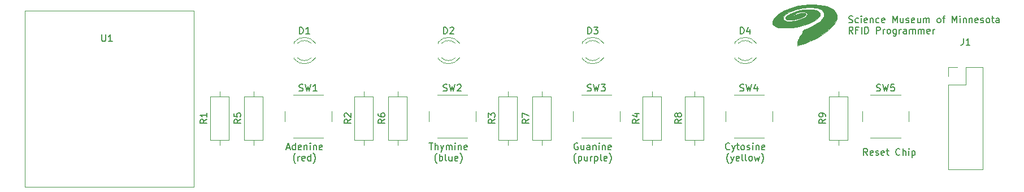
<source format=gto>
G04 #@! TF.GenerationSoftware,KiCad,Pcbnew,5.1.5+dfsg1-2build2*
G04 #@! TF.CreationDate,2021-12-17T12:38:29-06:00*
G04 #@! TF.ProjectId,programming-board,70726f67-7261-46d6-9d69-6e672d626f61,rev?*
G04 #@! TF.SameCoordinates,Original*
G04 #@! TF.FileFunction,Legend,Top*
G04 #@! TF.FilePolarity,Positive*
%FSLAX46Y46*%
G04 Gerber Fmt 4.6, Leading zero omitted, Abs format (unit mm)*
G04 Created by KiCad (PCBNEW 5.1.5+dfsg1-2build2) date 2021-12-17 12:38:29*
%MOMM*%
%LPD*%
G04 APERTURE LIST*
%ADD10C,0.150000*%
%ADD11C,0.010000*%
%ADD12C,0.120000*%
%ADD13C,1.524000*%
%ADD14R,1.800000X1.800000*%
%ADD15C,1.800000*%
%ADD16R,1.700000X1.700000*%
%ADD17O,1.700000X1.700000*%
%ADD18C,1.600000*%
%ADD19O,1.600000X1.600000*%
%ADD20C,2.000000*%
G04 APERTURE END LIST*
D10*
X193327976Y-69429761D02*
X193470833Y-69477380D01*
X193708928Y-69477380D01*
X193804166Y-69429761D01*
X193851785Y-69382142D01*
X193899404Y-69286904D01*
X193899404Y-69191666D01*
X193851785Y-69096428D01*
X193804166Y-69048809D01*
X193708928Y-69001190D01*
X193518452Y-68953571D01*
X193423214Y-68905952D01*
X193375595Y-68858333D01*
X193327976Y-68763095D01*
X193327976Y-68667857D01*
X193375595Y-68572619D01*
X193423214Y-68525000D01*
X193518452Y-68477380D01*
X193756547Y-68477380D01*
X193899404Y-68525000D01*
X194756547Y-69429761D02*
X194661309Y-69477380D01*
X194470833Y-69477380D01*
X194375595Y-69429761D01*
X194327976Y-69382142D01*
X194280357Y-69286904D01*
X194280357Y-69001190D01*
X194327976Y-68905952D01*
X194375595Y-68858333D01*
X194470833Y-68810714D01*
X194661309Y-68810714D01*
X194756547Y-68858333D01*
X195185119Y-69477380D02*
X195185119Y-68810714D01*
X195185119Y-68477380D02*
X195137500Y-68525000D01*
X195185119Y-68572619D01*
X195232738Y-68525000D01*
X195185119Y-68477380D01*
X195185119Y-68572619D01*
X196042261Y-69429761D02*
X195947023Y-69477380D01*
X195756547Y-69477380D01*
X195661309Y-69429761D01*
X195613690Y-69334523D01*
X195613690Y-68953571D01*
X195661309Y-68858333D01*
X195756547Y-68810714D01*
X195947023Y-68810714D01*
X196042261Y-68858333D01*
X196089880Y-68953571D01*
X196089880Y-69048809D01*
X195613690Y-69144047D01*
X196518452Y-68810714D02*
X196518452Y-69477380D01*
X196518452Y-68905952D02*
X196566071Y-68858333D01*
X196661309Y-68810714D01*
X196804166Y-68810714D01*
X196899404Y-68858333D01*
X196947023Y-68953571D01*
X196947023Y-69477380D01*
X197851785Y-69429761D02*
X197756547Y-69477380D01*
X197566071Y-69477380D01*
X197470833Y-69429761D01*
X197423214Y-69382142D01*
X197375595Y-69286904D01*
X197375595Y-69001190D01*
X197423214Y-68905952D01*
X197470833Y-68858333D01*
X197566071Y-68810714D01*
X197756547Y-68810714D01*
X197851785Y-68858333D01*
X198661309Y-69429761D02*
X198566071Y-69477380D01*
X198375595Y-69477380D01*
X198280357Y-69429761D01*
X198232738Y-69334523D01*
X198232738Y-68953571D01*
X198280357Y-68858333D01*
X198375595Y-68810714D01*
X198566071Y-68810714D01*
X198661309Y-68858333D01*
X198708928Y-68953571D01*
X198708928Y-69048809D01*
X198232738Y-69144047D01*
X199899404Y-69477380D02*
X199899404Y-68477380D01*
X200232738Y-69191666D01*
X200566071Y-68477380D01*
X200566071Y-69477380D01*
X201470833Y-68810714D02*
X201470833Y-69477380D01*
X201042261Y-68810714D02*
X201042261Y-69334523D01*
X201089880Y-69429761D01*
X201185119Y-69477380D01*
X201327976Y-69477380D01*
X201423214Y-69429761D01*
X201470833Y-69382142D01*
X201899404Y-69429761D02*
X201994642Y-69477380D01*
X202185119Y-69477380D01*
X202280357Y-69429761D01*
X202327976Y-69334523D01*
X202327976Y-69286904D01*
X202280357Y-69191666D01*
X202185119Y-69144047D01*
X202042261Y-69144047D01*
X201947023Y-69096428D01*
X201899404Y-69001190D01*
X201899404Y-68953571D01*
X201947023Y-68858333D01*
X202042261Y-68810714D01*
X202185119Y-68810714D01*
X202280357Y-68858333D01*
X203137500Y-69429761D02*
X203042261Y-69477380D01*
X202851785Y-69477380D01*
X202756547Y-69429761D01*
X202708928Y-69334523D01*
X202708928Y-68953571D01*
X202756547Y-68858333D01*
X202851785Y-68810714D01*
X203042261Y-68810714D01*
X203137500Y-68858333D01*
X203185119Y-68953571D01*
X203185119Y-69048809D01*
X202708928Y-69144047D01*
X204042261Y-68810714D02*
X204042261Y-69477380D01*
X203613690Y-68810714D02*
X203613690Y-69334523D01*
X203661309Y-69429761D01*
X203756547Y-69477380D01*
X203899404Y-69477380D01*
X203994642Y-69429761D01*
X204042261Y-69382142D01*
X204518452Y-69477380D02*
X204518452Y-68810714D01*
X204518452Y-68905952D02*
X204566071Y-68858333D01*
X204661309Y-68810714D01*
X204804166Y-68810714D01*
X204899404Y-68858333D01*
X204947023Y-68953571D01*
X204947023Y-69477380D01*
X204947023Y-68953571D02*
X204994642Y-68858333D01*
X205089880Y-68810714D01*
X205232738Y-68810714D01*
X205327976Y-68858333D01*
X205375595Y-68953571D01*
X205375595Y-69477380D01*
X206756547Y-69477380D02*
X206661309Y-69429761D01*
X206613690Y-69382142D01*
X206566071Y-69286904D01*
X206566071Y-69001190D01*
X206613690Y-68905952D01*
X206661309Y-68858333D01*
X206756547Y-68810714D01*
X206899404Y-68810714D01*
X206994642Y-68858333D01*
X207042261Y-68905952D01*
X207089880Y-69001190D01*
X207089880Y-69286904D01*
X207042261Y-69382142D01*
X206994642Y-69429761D01*
X206899404Y-69477380D01*
X206756547Y-69477380D01*
X207375595Y-68810714D02*
X207756547Y-68810714D01*
X207518452Y-69477380D02*
X207518452Y-68620238D01*
X207566071Y-68525000D01*
X207661309Y-68477380D01*
X207756547Y-68477380D01*
X208851785Y-69477380D02*
X208851785Y-68477380D01*
X209185119Y-69191666D01*
X209518452Y-68477380D01*
X209518452Y-69477380D01*
X209994642Y-69477380D02*
X209994642Y-68810714D01*
X209994642Y-68477380D02*
X209947023Y-68525000D01*
X209994642Y-68572619D01*
X210042261Y-68525000D01*
X209994642Y-68477380D01*
X209994642Y-68572619D01*
X210470833Y-68810714D02*
X210470833Y-69477380D01*
X210470833Y-68905952D02*
X210518452Y-68858333D01*
X210613690Y-68810714D01*
X210756547Y-68810714D01*
X210851785Y-68858333D01*
X210899404Y-68953571D01*
X210899404Y-69477380D01*
X211375595Y-68810714D02*
X211375595Y-69477380D01*
X211375595Y-68905952D02*
X211423214Y-68858333D01*
X211518452Y-68810714D01*
X211661309Y-68810714D01*
X211756547Y-68858333D01*
X211804166Y-68953571D01*
X211804166Y-69477380D01*
X212661309Y-69429761D02*
X212566071Y-69477380D01*
X212375595Y-69477380D01*
X212280357Y-69429761D01*
X212232738Y-69334523D01*
X212232738Y-68953571D01*
X212280357Y-68858333D01*
X212375595Y-68810714D01*
X212566071Y-68810714D01*
X212661309Y-68858333D01*
X212708928Y-68953571D01*
X212708928Y-69048809D01*
X212232738Y-69144047D01*
X213089880Y-69429761D02*
X213185119Y-69477380D01*
X213375595Y-69477380D01*
X213470833Y-69429761D01*
X213518452Y-69334523D01*
X213518452Y-69286904D01*
X213470833Y-69191666D01*
X213375595Y-69144047D01*
X213232738Y-69144047D01*
X213137500Y-69096428D01*
X213089880Y-69001190D01*
X213089880Y-68953571D01*
X213137500Y-68858333D01*
X213232738Y-68810714D01*
X213375595Y-68810714D01*
X213470833Y-68858333D01*
X214089880Y-69477380D02*
X213994642Y-69429761D01*
X213947023Y-69382142D01*
X213899404Y-69286904D01*
X213899404Y-69001190D01*
X213947023Y-68905952D01*
X213994642Y-68858333D01*
X214089880Y-68810714D01*
X214232738Y-68810714D01*
X214327976Y-68858333D01*
X214375595Y-68905952D01*
X214423214Y-69001190D01*
X214423214Y-69286904D01*
X214375595Y-69382142D01*
X214327976Y-69429761D01*
X214232738Y-69477380D01*
X214089880Y-69477380D01*
X214708928Y-68810714D02*
X215089880Y-68810714D01*
X214851785Y-68477380D02*
X214851785Y-69334523D01*
X214899404Y-69429761D01*
X214994642Y-69477380D01*
X215089880Y-69477380D01*
X215851785Y-69477380D02*
X215851785Y-68953571D01*
X215804166Y-68858333D01*
X215708928Y-68810714D01*
X215518452Y-68810714D01*
X215423214Y-68858333D01*
X215851785Y-69429761D02*
X215756547Y-69477380D01*
X215518452Y-69477380D01*
X215423214Y-69429761D01*
X215375595Y-69334523D01*
X215375595Y-69239285D01*
X215423214Y-69144047D01*
X215518452Y-69096428D01*
X215756547Y-69096428D01*
X215851785Y-69048809D01*
X193947023Y-71127380D02*
X193613690Y-70651190D01*
X193375595Y-71127380D02*
X193375595Y-70127380D01*
X193756547Y-70127380D01*
X193851785Y-70175000D01*
X193899404Y-70222619D01*
X193947023Y-70317857D01*
X193947023Y-70460714D01*
X193899404Y-70555952D01*
X193851785Y-70603571D01*
X193756547Y-70651190D01*
X193375595Y-70651190D01*
X194708928Y-70603571D02*
X194375595Y-70603571D01*
X194375595Y-71127380D02*
X194375595Y-70127380D01*
X194851785Y-70127380D01*
X195232738Y-71127380D02*
X195232738Y-70127380D01*
X195708928Y-71127380D02*
X195708928Y-70127380D01*
X195947023Y-70127380D01*
X196089880Y-70175000D01*
X196185119Y-70270238D01*
X196232738Y-70365476D01*
X196280357Y-70555952D01*
X196280357Y-70698809D01*
X196232738Y-70889285D01*
X196185119Y-70984523D01*
X196089880Y-71079761D01*
X195947023Y-71127380D01*
X195708928Y-71127380D01*
X197470833Y-71127380D02*
X197470833Y-70127380D01*
X197851785Y-70127380D01*
X197947023Y-70175000D01*
X197994642Y-70222619D01*
X198042261Y-70317857D01*
X198042261Y-70460714D01*
X197994642Y-70555952D01*
X197947023Y-70603571D01*
X197851785Y-70651190D01*
X197470833Y-70651190D01*
X198470833Y-71127380D02*
X198470833Y-70460714D01*
X198470833Y-70651190D02*
X198518452Y-70555952D01*
X198566071Y-70508333D01*
X198661309Y-70460714D01*
X198756547Y-70460714D01*
X199232738Y-71127380D02*
X199137500Y-71079761D01*
X199089880Y-71032142D01*
X199042261Y-70936904D01*
X199042261Y-70651190D01*
X199089880Y-70555952D01*
X199137500Y-70508333D01*
X199232738Y-70460714D01*
X199375595Y-70460714D01*
X199470833Y-70508333D01*
X199518452Y-70555952D01*
X199566071Y-70651190D01*
X199566071Y-70936904D01*
X199518452Y-71032142D01*
X199470833Y-71079761D01*
X199375595Y-71127380D01*
X199232738Y-71127380D01*
X200423214Y-70460714D02*
X200423214Y-71270238D01*
X200375595Y-71365476D01*
X200327976Y-71413095D01*
X200232738Y-71460714D01*
X200089880Y-71460714D01*
X199994642Y-71413095D01*
X200423214Y-71079761D02*
X200327976Y-71127380D01*
X200137500Y-71127380D01*
X200042261Y-71079761D01*
X199994642Y-71032142D01*
X199947023Y-70936904D01*
X199947023Y-70651190D01*
X199994642Y-70555952D01*
X200042261Y-70508333D01*
X200137500Y-70460714D01*
X200327976Y-70460714D01*
X200423214Y-70508333D01*
X200899404Y-71127380D02*
X200899404Y-70460714D01*
X200899404Y-70651190D02*
X200947023Y-70555952D01*
X200994642Y-70508333D01*
X201089880Y-70460714D01*
X201185119Y-70460714D01*
X201947023Y-71127380D02*
X201947023Y-70603571D01*
X201899404Y-70508333D01*
X201804166Y-70460714D01*
X201613690Y-70460714D01*
X201518452Y-70508333D01*
X201947023Y-71079761D02*
X201851785Y-71127380D01*
X201613690Y-71127380D01*
X201518452Y-71079761D01*
X201470833Y-70984523D01*
X201470833Y-70889285D01*
X201518452Y-70794047D01*
X201613690Y-70746428D01*
X201851785Y-70746428D01*
X201947023Y-70698809D01*
X202423214Y-71127380D02*
X202423214Y-70460714D01*
X202423214Y-70555952D02*
X202470833Y-70508333D01*
X202566071Y-70460714D01*
X202708928Y-70460714D01*
X202804166Y-70508333D01*
X202851785Y-70603571D01*
X202851785Y-71127380D01*
X202851785Y-70603571D02*
X202899404Y-70508333D01*
X202994642Y-70460714D01*
X203137500Y-70460714D01*
X203232738Y-70508333D01*
X203280357Y-70603571D01*
X203280357Y-71127380D01*
X203756547Y-71127380D02*
X203756547Y-70460714D01*
X203756547Y-70555952D02*
X203804166Y-70508333D01*
X203899404Y-70460714D01*
X204042261Y-70460714D01*
X204137500Y-70508333D01*
X204185119Y-70603571D01*
X204185119Y-71127380D01*
X204185119Y-70603571D02*
X204232738Y-70508333D01*
X204327976Y-70460714D01*
X204470833Y-70460714D01*
X204566071Y-70508333D01*
X204613690Y-70603571D01*
X204613690Y-71127380D01*
X205470833Y-71079761D02*
X205375595Y-71127380D01*
X205185119Y-71127380D01*
X205089880Y-71079761D01*
X205042261Y-70984523D01*
X205042261Y-70603571D01*
X205089880Y-70508333D01*
X205185119Y-70460714D01*
X205375595Y-70460714D01*
X205470833Y-70508333D01*
X205518452Y-70603571D01*
X205518452Y-70698809D01*
X205042261Y-70794047D01*
X205947023Y-71127380D02*
X205947023Y-70460714D01*
X205947023Y-70651190D02*
X205994642Y-70555952D01*
X206042261Y-70508333D01*
X206137500Y-70460714D01*
X206232738Y-70460714D01*
X196128095Y-89352380D02*
X195794761Y-88876190D01*
X195556666Y-89352380D02*
X195556666Y-88352380D01*
X195937619Y-88352380D01*
X196032857Y-88400000D01*
X196080476Y-88447619D01*
X196128095Y-88542857D01*
X196128095Y-88685714D01*
X196080476Y-88780952D01*
X196032857Y-88828571D01*
X195937619Y-88876190D01*
X195556666Y-88876190D01*
X196937619Y-89304761D02*
X196842380Y-89352380D01*
X196651904Y-89352380D01*
X196556666Y-89304761D01*
X196509047Y-89209523D01*
X196509047Y-88828571D01*
X196556666Y-88733333D01*
X196651904Y-88685714D01*
X196842380Y-88685714D01*
X196937619Y-88733333D01*
X196985238Y-88828571D01*
X196985238Y-88923809D01*
X196509047Y-89019047D01*
X197366190Y-89304761D02*
X197461428Y-89352380D01*
X197651904Y-89352380D01*
X197747142Y-89304761D01*
X197794761Y-89209523D01*
X197794761Y-89161904D01*
X197747142Y-89066666D01*
X197651904Y-89019047D01*
X197509047Y-89019047D01*
X197413809Y-88971428D01*
X197366190Y-88876190D01*
X197366190Y-88828571D01*
X197413809Y-88733333D01*
X197509047Y-88685714D01*
X197651904Y-88685714D01*
X197747142Y-88733333D01*
X198604285Y-89304761D02*
X198509047Y-89352380D01*
X198318571Y-89352380D01*
X198223333Y-89304761D01*
X198175714Y-89209523D01*
X198175714Y-88828571D01*
X198223333Y-88733333D01*
X198318571Y-88685714D01*
X198509047Y-88685714D01*
X198604285Y-88733333D01*
X198651904Y-88828571D01*
X198651904Y-88923809D01*
X198175714Y-89019047D01*
X198937619Y-88685714D02*
X199318571Y-88685714D01*
X199080476Y-88352380D02*
X199080476Y-89209523D01*
X199128095Y-89304761D01*
X199223333Y-89352380D01*
X199318571Y-89352380D01*
X200985238Y-89257142D02*
X200937619Y-89304761D01*
X200794761Y-89352380D01*
X200699523Y-89352380D01*
X200556666Y-89304761D01*
X200461428Y-89209523D01*
X200413809Y-89114285D01*
X200366190Y-88923809D01*
X200366190Y-88780952D01*
X200413809Y-88590476D01*
X200461428Y-88495238D01*
X200556666Y-88400000D01*
X200699523Y-88352380D01*
X200794761Y-88352380D01*
X200937619Y-88400000D01*
X200985238Y-88447619D01*
X201413809Y-89352380D02*
X201413809Y-88352380D01*
X201842380Y-89352380D02*
X201842380Y-88828571D01*
X201794761Y-88733333D01*
X201699523Y-88685714D01*
X201556666Y-88685714D01*
X201461428Y-88733333D01*
X201413809Y-88780952D01*
X202318571Y-89352380D02*
X202318571Y-88685714D01*
X202318571Y-88352380D02*
X202270952Y-88400000D01*
X202318571Y-88447619D01*
X202366190Y-88400000D01*
X202318571Y-88352380D01*
X202318571Y-88447619D01*
X202794761Y-88685714D02*
X202794761Y-89685714D01*
X202794761Y-88733333D02*
X202890000Y-88685714D01*
X203080476Y-88685714D01*
X203175714Y-88733333D01*
X203223333Y-88780952D01*
X203270952Y-88876190D01*
X203270952Y-89161904D01*
X203223333Y-89257142D01*
X203175714Y-89304761D01*
X203080476Y-89352380D01*
X202890000Y-89352380D01*
X202794761Y-89304761D01*
X175466666Y-88432142D02*
X175419047Y-88479761D01*
X175276190Y-88527380D01*
X175180952Y-88527380D01*
X175038095Y-88479761D01*
X174942857Y-88384523D01*
X174895238Y-88289285D01*
X174847619Y-88098809D01*
X174847619Y-87955952D01*
X174895238Y-87765476D01*
X174942857Y-87670238D01*
X175038095Y-87575000D01*
X175180952Y-87527380D01*
X175276190Y-87527380D01*
X175419047Y-87575000D01*
X175466666Y-87622619D01*
X175800000Y-87860714D02*
X176038095Y-88527380D01*
X176276190Y-87860714D02*
X176038095Y-88527380D01*
X175942857Y-88765476D01*
X175895238Y-88813095D01*
X175800000Y-88860714D01*
X176514285Y-87860714D02*
X176895238Y-87860714D01*
X176657142Y-87527380D02*
X176657142Y-88384523D01*
X176704761Y-88479761D01*
X176800000Y-88527380D01*
X176895238Y-88527380D01*
X177371428Y-88527380D02*
X177276190Y-88479761D01*
X177228571Y-88432142D01*
X177180952Y-88336904D01*
X177180952Y-88051190D01*
X177228571Y-87955952D01*
X177276190Y-87908333D01*
X177371428Y-87860714D01*
X177514285Y-87860714D01*
X177609523Y-87908333D01*
X177657142Y-87955952D01*
X177704761Y-88051190D01*
X177704761Y-88336904D01*
X177657142Y-88432142D01*
X177609523Y-88479761D01*
X177514285Y-88527380D01*
X177371428Y-88527380D01*
X178085714Y-88479761D02*
X178180952Y-88527380D01*
X178371428Y-88527380D01*
X178466666Y-88479761D01*
X178514285Y-88384523D01*
X178514285Y-88336904D01*
X178466666Y-88241666D01*
X178371428Y-88194047D01*
X178228571Y-88194047D01*
X178133333Y-88146428D01*
X178085714Y-88051190D01*
X178085714Y-88003571D01*
X178133333Y-87908333D01*
X178228571Y-87860714D01*
X178371428Y-87860714D01*
X178466666Y-87908333D01*
X178942857Y-88527380D02*
X178942857Y-87860714D01*
X178942857Y-87527380D02*
X178895238Y-87575000D01*
X178942857Y-87622619D01*
X178990476Y-87575000D01*
X178942857Y-87527380D01*
X178942857Y-87622619D01*
X179419047Y-87860714D02*
X179419047Y-88527380D01*
X179419047Y-87955952D02*
X179466666Y-87908333D01*
X179561904Y-87860714D01*
X179704761Y-87860714D01*
X179800000Y-87908333D01*
X179847619Y-88003571D01*
X179847619Y-88527380D01*
X180704761Y-88479761D02*
X180609523Y-88527380D01*
X180419047Y-88527380D01*
X180323809Y-88479761D01*
X180276190Y-88384523D01*
X180276190Y-88003571D01*
X180323809Y-87908333D01*
X180419047Y-87860714D01*
X180609523Y-87860714D01*
X180704761Y-87908333D01*
X180752380Y-88003571D01*
X180752380Y-88098809D01*
X180276190Y-88194047D01*
X175347619Y-90558333D02*
X175300000Y-90510714D01*
X175204761Y-90367857D01*
X175157142Y-90272619D01*
X175109523Y-90129761D01*
X175061904Y-89891666D01*
X175061904Y-89701190D01*
X175109523Y-89463095D01*
X175157142Y-89320238D01*
X175204761Y-89225000D01*
X175300000Y-89082142D01*
X175347619Y-89034523D01*
X175633333Y-89510714D02*
X175871428Y-90177380D01*
X176109523Y-89510714D02*
X175871428Y-90177380D01*
X175776190Y-90415476D01*
X175728571Y-90463095D01*
X175633333Y-90510714D01*
X176871428Y-90129761D02*
X176776190Y-90177380D01*
X176585714Y-90177380D01*
X176490476Y-90129761D01*
X176442857Y-90034523D01*
X176442857Y-89653571D01*
X176490476Y-89558333D01*
X176585714Y-89510714D01*
X176776190Y-89510714D01*
X176871428Y-89558333D01*
X176919047Y-89653571D01*
X176919047Y-89748809D01*
X176442857Y-89844047D01*
X177490476Y-90177380D02*
X177395238Y-90129761D01*
X177347619Y-90034523D01*
X177347619Y-89177380D01*
X178014285Y-90177380D02*
X177919047Y-90129761D01*
X177871428Y-90034523D01*
X177871428Y-89177380D01*
X178538095Y-90177380D02*
X178442857Y-90129761D01*
X178395238Y-90082142D01*
X178347619Y-89986904D01*
X178347619Y-89701190D01*
X178395238Y-89605952D01*
X178442857Y-89558333D01*
X178538095Y-89510714D01*
X178680952Y-89510714D01*
X178776190Y-89558333D01*
X178823809Y-89605952D01*
X178871428Y-89701190D01*
X178871428Y-89986904D01*
X178823809Y-90082142D01*
X178776190Y-90129761D01*
X178680952Y-90177380D01*
X178538095Y-90177380D01*
X179204761Y-89510714D02*
X179395238Y-90177380D01*
X179585714Y-89701190D01*
X179776190Y-90177380D01*
X179966666Y-89510714D01*
X180252380Y-90558333D02*
X180300000Y-90510714D01*
X180395238Y-90367857D01*
X180442857Y-90272619D01*
X180490476Y-90129761D01*
X180538095Y-89891666D01*
X180538095Y-89701190D01*
X180490476Y-89463095D01*
X180442857Y-89320238D01*
X180395238Y-89225000D01*
X180300000Y-89082142D01*
X180252380Y-89034523D01*
X152725714Y-87575000D02*
X152630476Y-87527380D01*
X152487619Y-87527380D01*
X152344761Y-87575000D01*
X152249523Y-87670238D01*
X152201904Y-87765476D01*
X152154285Y-87955952D01*
X152154285Y-88098809D01*
X152201904Y-88289285D01*
X152249523Y-88384523D01*
X152344761Y-88479761D01*
X152487619Y-88527380D01*
X152582857Y-88527380D01*
X152725714Y-88479761D01*
X152773333Y-88432142D01*
X152773333Y-88098809D01*
X152582857Y-88098809D01*
X153630476Y-87860714D02*
X153630476Y-88527380D01*
X153201904Y-87860714D02*
X153201904Y-88384523D01*
X153249523Y-88479761D01*
X153344761Y-88527380D01*
X153487619Y-88527380D01*
X153582857Y-88479761D01*
X153630476Y-88432142D01*
X154535238Y-88527380D02*
X154535238Y-88003571D01*
X154487619Y-87908333D01*
X154392380Y-87860714D01*
X154201904Y-87860714D01*
X154106666Y-87908333D01*
X154535238Y-88479761D02*
X154440000Y-88527380D01*
X154201904Y-88527380D01*
X154106666Y-88479761D01*
X154059047Y-88384523D01*
X154059047Y-88289285D01*
X154106666Y-88194047D01*
X154201904Y-88146428D01*
X154440000Y-88146428D01*
X154535238Y-88098809D01*
X155011428Y-87860714D02*
X155011428Y-88527380D01*
X155011428Y-87955952D02*
X155059047Y-87908333D01*
X155154285Y-87860714D01*
X155297142Y-87860714D01*
X155392380Y-87908333D01*
X155440000Y-88003571D01*
X155440000Y-88527380D01*
X155916190Y-88527380D02*
X155916190Y-87860714D01*
X155916190Y-87527380D02*
X155868571Y-87575000D01*
X155916190Y-87622619D01*
X155963809Y-87575000D01*
X155916190Y-87527380D01*
X155916190Y-87622619D01*
X156392380Y-87860714D02*
X156392380Y-88527380D01*
X156392380Y-87955952D02*
X156440000Y-87908333D01*
X156535238Y-87860714D01*
X156678095Y-87860714D01*
X156773333Y-87908333D01*
X156820952Y-88003571D01*
X156820952Y-88527380D01*
X157678095Y-88479761D02*
X157582857Y-88527380D01*
X157392380Y-88527380D01*
X157297142Y-88479761D01*
X157249523Y-88384523D01*
X157249523Y-88003571D01*
X157297142Y-87908333D01*
X157392380Y-87860714D01*
X157582857Y-87860714D01*
X157678095Y-87908333D01*
X157725714Y-88003571D01*
X157725714Y-88098809D01*
X157249523Y-88194047D01*
X152440000Y-90558333D02*
X152392380Y-90510714D01*
X152297142Y-90367857D01*
X152249523Y-90272619D01*
X152201904Y-90129761D01*
X152154285Y-89891666D01*
X152154285Y-89701190D01*
X152201904Y-89463095D01*
X152249523Y-89320238D01*
X152297142Y-89225000D01*
X152392380Y-89082142D01*
X152440000Y-89034523D01*
X152820952Y-89510714D02*
X152820952Y-90510714D01*
X152820952Y-89558333D02*
X152916190Y-89510714D01*
X153106666Y-89510714D01*
X153201904Y-89558333D01*
X153249523Y-89605952D01*
X153297142Y-89701190D01*
X153297142Y-89986904D01*
X153249523Y-90082142D01*
X153201904Y-90129761D01*
X153106666Y-90177380D01*
X152916190Y-90177380D01*
X152820952Y-90129761D01*
X154154285Y-89510714D02*
X154154285Y-90177380D01*
X153725714Y-89510714D02*
X153725714Y-90034523D01*
X153773333Y-90129761D01*
X153868571Y-90177380D01*
X154011428Y-90177380D01*
X154106666Y-90129761D01*
X154154285Y-90082142D01*
X154630476Y-90177380D02*
X154630476Y-89510714D01*
X154630476Y-89701190D02*
X154678095Y-89605952D01*
X154725714Y-89558333D01*
X154820952Y-89510714D01*
X154916190Y-89510714D01*
X155249523Y-89510714D02*
X155249523Y-90510714D01*
X155249523Y-89558333D02*
X155344761Y-89510714D01*
X155535238Y-89510714D01*
X155630476Y-89558333D01*
X155678095Y-89605952D01*
X155725714Y-89701190D01*
X155725714Y-89986904D01*
X155678095Y-90082142D01*
X155630476Y-90129761D01*
X155535238Y-90177380D01*
X155344761Y-90177380D01*
X155249523Y-90129761D01*
X156297142Y-90177380D02*
X156201904Y-90129761D01*
X156154285Y-90034523D01*
X156154285Y-89177380D01*
X157059047Y-90129761D02*
X156963809Y-90177380D01*
X156773333Y-90177380D01*
X156678095Y-90129761D01*
X156630476Y-90034523D01*
X156630476Y-89653571D01*
X156678095Y-89558333D01*
X156773333Y-89510714D01*
X156963809Y-89510714D01*
X157059047Y-89558333D01*
X157106666Y-89653571D01*
X157106666Y-89748809D01*
X156630476Y-89844047D01*
X157440000Y-90558333D02*
X157487619Y-90510714D01*
X157582857Y-90367857D01*
X157630476Y-90272619D01*
X157678095Y-90129761D01*
X157725714Y-89891666D01*
X157725714Y-89701190D01*
X157678095Y-89463095D01*
X157630476Y-89320238D01*
X157582857Y-89225000D01*
X157487619Y-89082142D01*
X157440000Y-89034523D01*
X130445238Y-87527380D02*
X131016666Y-87527380D01*
X130730952Y-88527380D02*
X130730952Y-87527380D01*
X131350000Y-88527380D02*
X131350000Y-87527380D01*
X131778571Y-88527380D02*
X131778571Y-88003571D01*
X131730952Y-87908333D01*
X131635714Y-87860714D01*
X131492857Y-87860714D01*
X131397619Y-87908333D01*
X131350000Y-87955952D01*
X132159523Y-87860714D02*
X132397619Y-88527380D01*
X132635714Y-87860714D02*
X132397619Y-88527380D01*
X132302380Y-88765476D01*
X132254761Y-88813095D01*
X132159523Y-88860714D01*
X133016666Y-88527380D02*
X133016666Y-87860714D01*
X133016666Y-87955952D02*
X133064285Y-87908333D01*
X133159523Y-87860714D01*
X133302380Y-87860714D01*
X133397619Y-87908333D01*
X133445238Y-88003571D01*
X133445238Y-88527380D01*
X133445238Y-88003571D02*
X133492857Y-87908333D01*
X133588095Y-87860714D01*
X133730952Y-87860714D01*
X133826190Y-87908333D01*
X133873809Y-88003571D01*
X133873809Y-88527380D01*
X134350000Y-88527380D02*
X134350000Y-87860714D01*
X134350000Y-87527380D02*
X134302380Y-87575000D01*
X134350000Y-87622619D01*
X134397619Y-87575000D01*
X134350000Y-87527380D01*
X134350000Y-87622619D01*
X134826190Y-87860714D02*
X134826190Y-88527380D01*
X134826190Y-87955952D02*
X134873809Y-87908333D01*
X134969047Y-87860714D01*
X135111904Y-87860714D01*
X135207142Y-87908333D01*
X135254761Y-88003571D01*
X135254761Y-88527380D01*
X136111904Y-88479761D02*
X136016666Y-88527380D01*
X135826190Y-88527380D01*
X135730952Y-88479761D01*
X135683333Y-88384523D01*
X135683333Y-88003571D01*
X135730952Y-87908333D01*
X135826190Y-87860714D01*
X136016666Y-87860714D01*
X136111904Y-87908333D01*
X136159523Y-88003571D01*
X136159523Y-88098809D01*
X135683333Y-88194047D01*
X131611904Y-90558333D02*
X131564285Y-90510714D01*
X131469047Y-90367857D01*
X131421428Y-90272619D01*
X131373809Y-90129761D01*
X131326190Y-89891666D01*
X131326190Y-89701190D01*
X131373809Y-89463095D01*
X131421428Y-89320238D01*
X131469047Y-89225000D01*
X131564285Y-89082142D01*
X131611904Y-89034523D01*
X131992857Y-90177380D02*
X131992857Y-89177380D01*
X131992857Y-89558333D02*
X132088095Y-89510714D01*
X132278571Y-89510714D01*
X132373809Y-89558333D01*
X132421428Y-89605952D01*
X132469047Y-89701190D01*
X132469047Y-89986904D01*
X132421428Y-90082142D01*
X132373809Y-90129761D01*
X132278571Y-90177380D01*
X132088095Y-90177380D01*
X131992857Y-90129761D01*
X133040476Y-90177380D02*
X132945238Y-90129761D01*
X132897619Y-90034523D01*
X132897619Y-89177380D01*
X133850000Y-89510714D02*
X133850000Y-90177380D01*
X133421428Y-89510714D02*
X133421428Y-90034523D01*
X133469047Y-90129761D01*
X133564285Y-90177380D01*
X133707142Y-90177380D01*
X133802380Y-90129761D01*
X133850000Y-90082142D01*
X134707142Y-90129761D02*
X134611904Y-90177380D01*
X134421428Y-90177380D01*
X134326190Y-90129761D01*
X134278571Y-90034523D01*
X134278571Y-89653571D01*
X134326190Y-89558333D01*
X134421428Y-89510714D01*
X134611904Y-89510714D01*
X134707142Y-89558333D01*
X134754761Y-89653571D01*
X134754761Y-89748809D01*
X134278571Y-89844047D01*
X135088095Y-90558333D02*
X135135714Y-90510714D01*
X135230952Y-90367857D01*
X135278571Y-90272619D01*
X135326190Y-90129761D01*
X135373809Y-89891666D01*
X135373809Y-89701190D01*
X135326190Y-89463095D01*
X135278571Y-89320238D01*
X135230952Y-89225000D01*
X135135714Y-89082142D01*
X135088095Y-89034523D01*
X109069523Y-88241666D02*
X109545714Y-88241666D01*
X108974285Y-88527380D02*
X109307619Y-87527380D01*
X109640952Y-88527380D01*
X110402857Y-88527380D02*
X110402857Y-87527380D01*
X110402857Y-88479761D02*
X110307619Y-88527380D01*
X110117142Y-88527380D01*
X110021904Y-88479761D01*
X109974285Y-88432142D01*
X109926666Y-88336904D01*
X109926666Y-88051190D01*
X109974285Y-87955952D01*
X110021904Y-87908333D01*
X110117142Y-87860714D01*
X110307619Y-87860714D01*
X110402857Y-87908333D01*
X111260000Y-88479761D02*
X111164761Y-88527380D01*
X110974285Y-88527380D01*
X110879047Y-88479761D01*
X110831428Y-88384523D01*
X110831428Y-88003571D01*
X110879047Y-87908333D01*
X110974285Y-87860714D01*
X111164761Y-87860714D01*
X111260000Y-87908333D01*
X111307619Y-88003571D01*
X111307619Y-88098809D01*
X110831428Y-88194047D01*
X111736190Y-87860714D02*
X111736190Y-88527380D01*
X111736190Y-87955952D02*
X111783809Y-87908333D01*
X111879047Y-87860714D01*
X112021904Y-87860714D01*
X112117142Y-87908333D01*
X112164761Y-88003571D01*
X112164761Y-88527380D01*
X112640952Y-88527380D02*
X112640952Y-87860714D01*
X112640952Y-87527380D02*
X112593333Y-87575000D01*
X112640952Y-87622619D01*
X112688571Y-87575000D01*
X112640952Y-87527380D01*
X112640952Y-87622619D01*
X113117142Y-87860714D02*
X113117142Y-88527380D01*
X113117142Y-87955952D02*
X113164761Y-87908333D01*
X113260000Y-87860714D01*
X113402857Y-87860714D01*
X113498095Y-87908333D01*
X113545714Y-88003571D01*
X113545714Y-88527380D01*
X114402857Y-88479761D02*
X114307619Y-88527380D01*
X114117142Y-88527380D01*
X114021904Y-88479761D01*
X113974285Y-88384523D01*
X113974285Y-88003571D01*
X114021904Y-87908333D01*
X114117142Y-87860714D01*
X114307619Y-87860714D01*
X114402857Y-87908333D01*
X114450476Y-88003571D01*
X114450476Y-88098809D01*
X113974285Y-88194047D01*
X110426666Y-90558333D02*
X110379047Y-90510714D01*
X110283809Y-90367857D01*
X110236190Y-90272619D01*
X110188571Y-90129761D01*
X110140952Y-89891666D01*
X110140952Y-89701190D01*
X110188571Y-89463095D01*
X110236190Y-89320238D01*
X110283809Y-89225000D01*
X110379047Y-89082142D01*
X110426666Y-89034523D01*
X110807619Y-90177380D02*
X110807619Y-89510714D01*
X110807619Y-89701190D02*
X110855238Y-89605952D01*
X110902857Y-89558333D01*
X110998095Y-89510714D01*
X111093333Y-89510714D01*
X111807619Y-90129761D02*
X111712380Y-90177380D01*
X111521904Y-90177380D01*
X111426666Y-90129761D01*
X111379047Y-90034523D01*
X111379047Y-89653571D01*
X111426666Y-89558333D01*
X111521904Y-89510714D01*
X111712380Y-89510714D01*
X111807619Y-89558333D01*
X111855238Y-89653571D01*
X111855238Y-89748809D01*
X111379047Y-89844047D01*
X112712380Y-90177380D02*
X112712380Y-89177380D01*
X112712380Y-90129761D02*
X112617142Y-90177380D01*
X112426666Y-90177380D01*
X112331428Y-90129761D01*
X112283809Y-90082142D01*
X112236190Y-89986904D01*
X112236190Y-89701190D01*
X112283809Y-89605952D01*
X112331428Y-89558333D01*
X112426666Y-89510714D01*
X112617142Y-89510714D01*
X112712380Y-89558333D01*
X113093333Y-90558333D02*
X113140952Y-90510714D01*
X113236190Y-90367857D01*
X113283809Y-90272619D01*
X113331428Y-90129761D01*
X113379047Y-89891666D01*
X113379047Y-89701190D01*
X113331428Y-89463095D01*
X113283809Y-89320238D01*
X113236190Y-89225000D01*
X113140952Y-89082142D01*
X113093333Y-89034523D01*
D11*
G36*
X188905401Y-66816619D02*
G01*
X189623681Y-66944127D01*
X190236286Y-67124654D01*
X190700907Y-67326300D01*
X191067426Y-67558959D01*
X191335665Y-67822099D01*
X191505445Y-68115187D01*
X191576586Y-68437690D01*
X191548910Y-68789076D01*
X191422238Y-69168813D01*
X191196390Y-69576366D01*
X191104923Y-69710081D01*
X190785298Y-70095177D01*
X190375521Y-70487257D01*
X189887490Y-70879067D01*
X189333105Y-71263350D01*
X188724268Y-71632850D01*
X188072878Y-71980312D01*
X187390835Y-72298479D01*
X186690040Y-72580097D01*
X186033104Y-72802471D01*
X185608053Y-72932931D01*
X185608053Y-72684925D01*
X185638230Y-72406213D01*
X185719026Y-72097197D01*
X185835835Y-71802849D01*
X185968190Y-71575963D01*
X186142257Y-71337588D01*
X186263072Y-71161634D01*
X186341198Y-71029618D01*
X186387196Y-70923056D01*
X186411630Y-70823466D01*
X186416412Y-70791603D01*
X186437019Y-70681949D01*
X186478389Y-70609567D01*
X186564459Y-70552175D01*
X186719166Y-70487490D01*
X186759773Y-70471975D01*
X187240785Y-70274870D01*
X187711639Y-70055285D01*
X188155025Y-69822925D01*
X188553636Y-69587492D01*
X188890162Y-69358690D01*
X189147295Y-69146224D01*
X189178029Y-69116281D01*
X189415719Y-68828403D01*
X189562719Y-68537434D01*
X189618705Y-68253100D01*
X189583353Y-67985125D01*
X189456339Y-67743234D01*
X189237341Y-67537153D01*
X189230736Y-67532580D01*
X189033281Y-67414817D01*
X188818166Y-67326643D01*
X188567676Y-67264575D01*
X188264099Y-67225128D01*
X187889721Y-67204817D01*
X187540102Y-67200022D01*
X187107822Y-67204776D01*
X186740497Y-67223930D01*
X186407202Y-67262400D01*
X186077013Y-67325102D01*
X185719009Y-67416951D01*
X185302263Y-67542862D01*
X185221643Y-67568555D01*
X184685078Y-67760991D01*
X184246934Y-67962569D01*
X183908128Y-68172630D01*
X183669581Y-68390513D01*
X183532210Y-68615554D01*
X183495680Y-68810527D01*
X183543877Y-68971314D01*
X183675226Y-69117251D01*
X183869865Y-69231106D01*
X184041957Y-69284367D01*
X184314408Y-69311838D01*
X184645172Y-69299445D01*
X185014595Y-69252414D01*
X185403018Y-69175975D01*
X185790785Y-69075354D01*
X186158239Y-68955780D01*
X186485724Y-68822482D01*
X186753583Y-68680687D01*
X186942158Y-68535623D01*
X186969415Y-68505748D01*
X187084200Y-68320521D01*
X187105787Y-68158478D01*
X187042446Y-68024858D01*
X186902450Y-67924905D01*
X186694069Y-67863860D01*
X186425573Y-67846966D01*
X186105234Y-67879464D01*
X186009879Y-67897605D01*
X185731788Y-67971310D01*
X185487420Y-68065145D01*
X185284554Y-68171094D01*
X185130966Y-68281139D01*
X185034434Y-68387266D01*
X185002733Y-68481456D01*
X185043642Y-68555694D01*
X185164936Y-68601962D01*
X185315381Y-68613489D01*
X185510274Y-68602222D01*
X185686672Y-68572693D01*
X185821042Y-68531310D01*
X185889849Y-68484480D01*
X185890220Y-68456983D01*
X185827802Y-68439879D01*
X185722837Y-68459587D01*
X185513811Y-68512980D01*
X185331059Y-68532588D01*
X185206235Y-68515471D01*
X185193207Y-68508792D01*
X185154627Y-68446896D01*
X185216017Y-68370141D01*
X185377970Y-68278085D01*
X185641077Y-68170284D01*
X185649520Y-68167176D01*
X185901020Y-68091343D01*
X186161999Y-68040443D01*
X186410096Y-68015764D01*
X186622946Y-68018592D01*
X186778188Y-68050215D01*
X186846646Y-68098276D01*
X186884433Y-68236297D01*
X186823222Y-68374951D01*
X186667014Y-68511788D01*
X186419806Y-68644364D01*
X186085599Y-68770230D01*
X185668392Y-68886940D01*
X185490539Y-68928025D01*
X185068107Y-69007214D01*
X184694019Y-69050564D01*
X184377758Y-69058507D01*
X184128807Y-69031473D01*
X183956650Y-68969893D01*
X183870771Y-68874200D01*
X183865351Y-68854140D01*
X183866331Y-68694595D01*
X183937802Y-68544419D01*
X184086567Y-68397821D01*
X184319427Y-68249007D01*
X184643186Y-68092185D01*
X184872845Y-67996257D01*
X185459385Y-67783041D01*
X186004172Y-67633564D01*
X186539978Y-67540402D01*
X187076410Y-67497052D01*
X187577180Y-67496209D01*
X188010683Y-67535469D01*
X188372860Y-67611472D01*
X188659655Y-67720862D01*
X188867009Y-67860279D01*
X188990865Y-68026366D01*
X189027166Y-68215766D01*
X188971853Y-68425119D01*
X188820868Y-68651068D01*
X188663605Y-68810571D01*
X188483183Y-68946673D01*
X188226703Y-69104468D01*
X187915862Y-69273070D01*
X187572360Y-69441589D01*
X187217895Y-69599139D01*
X186874163Y-69734831D01*
X186702831Y-69794467D01*
X186114388Y-69962171D01*
X185462877Y-70102187D01*
X184786387Y-70206448D01*
X184720042Y-70214454D01*
X184418044Y-70240231D01*
X184075500Y-70253538D01*
X183714553Y-70255120D01*
X183357348Y-70245722D01*
X183026028Y-70226089D01*
X182742736Y-70196967D01*
X182529617Y-70159099D01*
X182459796Y-70138420D01*
X182195015Y-70000475D01*
X182017237Y-69818464D01*
X181924624Y-69600527D01*
X181915342Y-69354804D01*
X181987552Y-69089436D01*
X182139419Y-68812562D01*
X182369107Y-68532322D01*
X182674780Y-68256858D01*
X182924922Y-68076542D01*
X183548132Y-67716541D01*
X184238397Y-67410295D01*
X184979954Y-67159857D01*
X185757039Y-66967280D01*
X186553890Y-66834615D01*
X187354743Y-66763915D01*
X188143834Y-66757232D01*
X188905401Y-66816619D01*
G37*
X188905401Y-66816619D02*
X189623681Y-66944127D01*
X190236286Y-67124654D01*
X190700907Y-67326300D01*
X191067426Y-67558959D01*
X191335665Y-67822099D01*
X191505445Y-68115187D01*
X191576586Y-68437690D01*
X191548910Y-68789076D01*
X191422238Y-69168813D01*
X191196390Y-69576366D01*
X191104923Y-69710081D01*
X190785298Y-70095177D01*
X190375521Y-70487257D01*
X189887490Y-70879067D01*
X189333105Y-71263350D01*
X188724268Y-71632850D01*
X188072878Y-71980312D01*
X187390835Y-72298479D01*
X186690040Y-72580097D01*
X186033104Y-72802471D01*
X185608053Y-72932931D01*
X185608053Y-72684925D01*
X185638230Y-72406213D01*
X185719026Y-72097197D01*
X185835835Y-71802849D01*
X185968190Y-71575963D01*
X186142257Y-71337588D01*
X186263072Y-71161634D01*
X186341198Y-71029618D01*
X186387196Y-70923056D01*
X186411630Y-70823466D01*
X186416412Y-70791603D01*
X186437019Y-70681949D01*
X186478389Y-70609567D01*
X186564459Y-70552175D01*
X186719166Y-70487490D01*
X186759773Y-70471975D01*
X187240785Y-70274870D01*
X187711639Y-70055285D01*
X188155025Y-69822925D01*
X188553636Y-69587492D01*
X188890162Y-69358690D01*
X189147295Y-69146224D01*
X189178029Y-69116281D01*
X189415719Y-68828403D01*
X189562719Y-68537434D01*
X189618705Y-68253100D01*
X189583353Y-67985125D01*
X189456339Y-67743234D01*
X189237341Y-67537153D01*
X189230736Y-67532580D01*
X189033281Y-67414817D01*
X188818166Y-67326643D01*
X188567676Y-67264575D01*
X188264099Y-67225128D01*
X187889721Y-67204817D01*
X187540102Y-67200022D01*
X187107822Y-67204776D01*
X186740497Y-67223930D01*
X186407202Y-67262400D01*
X186077013Y-67325102D01*
X185719009Y-67416951D01*
X185302263Y-67542862D01*
X185221643Y-67568555D01*
X184685078Y-67760991D01*
X184246934Y-67962569D01*
X183908128Y-68172630D01*
X183669581Y-68390513D01*
X183532210Y-68615554D01*
X183495680Y-68810527D01*
X183543877Y-68971314D01*
X183675226Y-69117251D01*
X183869865Y-69231106D01*
X184041957Y-69284367D01*
X184314408Y-69311838D01*
X184645172Y-69299445D01*
X185014595Y-69252414D01*
X185403018Y-69175975D01*
X185790785Y-69075354D01*
X186158239Y-68955780D01*
X186485724Y-68822482D01*
X186753583Y-68680687D01*
X186942158Y-68535623D01*
X186969415Y-68505748D01*
X187084200Y-68320521D01*
X187105787Y-68158478D01*
X187042446Y-68024858D01*
X186902450Y-67924905D01*
X186694069Y-67863860D01*
X186425573Y-67846966D01*
X186105234Y-67879464D01*
X186009879Y-67897605D01*
X185731788Y-67971310D01*
X185487420Y-68065145D01*
X185284554Y-68171094D01*
X185130966Y-68281139D01*
X185034434Y-68387266D01*
X185002733Y-68481456D01*
X185043642Y-68555694D01*
X185164936Y-68601962D01*
X185315381Y-68613489D01*
X185510274Y-68602222D01*
X185686672Y-68572693D01*
X185821042Y-68531310D01*
X185889849Y-68484480D01*
X185890220Y-68456983D01*
X185827802Y-68439879D01*
X185722837Y-68459587D01*
X185513811Y-68512980D01*
X185331059Y-68532588D01*
X185206235Y-68515471D01*
X185193207Y-68508792D01*
X185154627Y-68446896D01*
X185216017Y-68370141D01*
X185377970Y-68278085D01*
X185641077Y-68170284D01*
X185649520Y-68167176D01*
X185901020Y-68091343D01*
X186161999Y-68040443D01*
X186410096Y-68015764D01*
X186622946Y-68018592D01*
X186778188Y-68050215D01*
X186846646Y-68098276D01*
X186884433Y-68236297D01*
X186823222Y-68374951D01*
X186667014Y-68511788D01*
X186419806Y-68644364D01*
X186085599Y-68770230D01*
X185668392Y-68886940D01*
X185490539Y-68928025D01*
X185068107Y-69007214D01*
X184694019Y-69050564D01*
X184377758Y-69058507D01*
X184128807Y-69031473D01*
X183956650Y-68969893D01*
X183870771Y-68874200D01*
X183865351Y-68854140D01*
X183866331Y-68694595D01*
X183937802Y-68544419D01*
X184086567Y-68397821D01*
X184319427Y-68249007D01*
X184643186Y-68092185D01*
X184872845Y-67996257D01*
X185459385Y-67783041D01*
X186004172Y-67633564D01*
X186539978Y-67540402D01*
X187076410Y-67497052D01*
X187577180Y-67496209D01*
X188010683Y-67535469D01*
X188372860Y-67611472D01*
X188659655Y-67720862D01*
X188867009Y-67860279D01*
X188990865Y-68026366D01*
X189027166Y-68215766D01*
X188971853Y-68425119D01*
X188820868Y-68651068D01*
X188663605Y-68810571D01*
X188483183Y-68946673D01*
X188226703Y-69104468D01*
X187915862Y-69273070D01*
X187572360Y-69441589D01*
X187217895Y-69599139D01*
X186874163Y-69734831D01*
X186702831Y-69794467D01*
X186114388Y-69962171D01*
X185462877Y-70102187D01*
X184786387Y-70206448D01*
X184720042Y-70214454D01*
X184418044Y-70240231D01*
X184075500Y-70253538D01*
X183714553Y-70255120D01*
X183357348Y-70245722D01*
X183026028Y-70226089D01*
X182742736Y-70196967D01*
X182529617Y-70159099D01*
X182459796Y-70138420D01*
X182195015Y-70000475D01*
X182017237Y-69818464D01*
X181924624Y-69600527D01*
X181915342Y-69354804D01*
X181987552Y-69089436D01*
X182139419Y-68812562D01*
X182369107Y-68532322D01*
X182674780Y-68256858D01*
X182924922Y-68076542D01*
X183548132Y-67716541D01*
X184238397Y-67410295D01*
X184979954Y-67159857D01*
X185757039Y-66967280D01*
X186553890Y-66834615D01*
X187354743Y-66763915D01*
X188143834Y-66757232D01*
X188905401Y-66816619D01*
D12*
X95170000Y-94120000D02*
X90170000Y-94120000D01*
X95170000Y-67720000D02*
X95170000Y-94120000D01*
X69870000Y-67720000D02*
X95170000Y-67720000D01*
X69870000Y-94120000D02*
X69870000Y-67720000D01*
X90170000Y-94120000D02*
X69870000Y-94120000D01*
X113432335Y-72581392D02*
G75*
G03X110200000Y-72424484I-1672335J-1078608D01*
G01*
X113432335Y-74738608D02*
G75*
G02X110200000Y-74895516I-1672335J1078608D01*
G01*
X112801130Y-72580163D02*
G75*
G03X110719039Y-72580000I-1041130J-1079837D01*
G01*
X112801130Y-74739837D02*
G75*
G02X110719039Y-74740000I-1041130J1079837D01*
G01*
X110200000Y-72424000D02*
X110200000Y-72580000D01*
X110200000Y-74740000D02*
X110200000Y-74896000D01*
X131790000Y-74740000D02*
X131790000Y-74896000D01*
X131790000Y-72424000D02*
X131790000Y-72580000D01*
X134391130Y-74739837D02*
G75*
G02X132309039Y-74740000I-1041130J1079837D01*
G01*
X134391130Y-72580163D02*
G75*
G03X132309039Y-72580000I-1041130J-1079837D01*
G01*
X135022335Y-74738608D02*
G75*
G02X131790000Y-74895516I-1672335J1078608D01*
G01*
X135022335Y-72581392D02*
G75*
G03X131790000Y-72424484I-1672335J-1078608D01*
G01*
X156612335Y-72581392D02*
G75*
G03X153380000Y-72424484I-1672335J-1078608D01*
G01*
X156612335Y-74738608D02*
G75*
G02X153380000Y-74895516I-1672335J1078608D01*
G01*
X155981130Y-72580163D02*
G75*
G03X153899039Y-72580000I-1041130J-1079837D01*
G01*
X155981130Y-74739837D02*
G75*
G02X153899039Y-74740000I-1041130J1079837D01*
G01*
X153380000Y-72424000D02*
X153380000Y-72580000D01*
X153380000Y-74740000D02*
X153380000Y-74896000D01*
X176240000Y-74740000D02*
X176240000Y-74896000D01*
X176240000Y-72424000D02*
X176240000Y-72580000D01*
X178841130Y-74739837D02*
G75*
G02X176759039Y-74740000I-1041130J1079837D01*
G01*
X178841130Y-72580163D02*
G75*
G03X176759039Y-72580000I-1041130J-1079837D01*
G01*
X179472335Y-74738608D02*
G75*
G02X176240000Y-74895516I-1672335J1078608D01*
G01*
X179472335Y-72581392D02*
G75*
G03X176240000Y-72424484I-1672335J-1078608D01*
G01*
X208220000Y-91500000D02*
X213420000Y-91500000D01*
X208220000Y-78740000D02*
X208220000Y-91500000D01*
X213420000Y-76140000D02*
X213420000Y-91500000D01*
X208220000Y-78740000D02*
X210820000Y-78740000D01*
X210820000Y-78740000D02*
X210820000Y-76140000D01*
X210820000Y-76140000D02*
X213420000Y-76140000D01*
X208220000Y-77470000D02*
X208220000Y-76140000D01*
X208220000Y-76140000D02*
X209550000Y-76140000D01*
X97690000Y-87090000D02*
X100430000Y-87090000D01*
X100430000Y-87090000D02*
X100430000Y-80550000D01*
X100430000Y-80550000D02*
X97690000Y-80550000D01*
X97690000Y-80550000D02*
X97690000Y-87090000D01*
X99060000Y-87860000D02*
X99060000Y-87090000D01*
X99060000Y-79780000D02*
X99060000Y-80550000D01*
X120650000Y-79780000D02*
X120650000Y-80550000D01*
X120650000Y-87860000D02*
X120650000Y-87090000D01*
X119280000Y-80550000D02*
X119280000Y-87090000D01*
X122020000Y-80550000D02*
X119280000Y-80550000D01*
X122020000Y-87090000D02*
X122020000Y-80550000D01*
X119280000Y-87090000D02*
X122020000Y-87090000D01*
X140870000Y-87090000D02*
X143610000Y-87090000D01*
X143610000Y-87090000D02*
X143610000Y-80550000D01*
X143610000Y-80550000D02*
X140870000Y-80550000D01*
X140870000Y-80550000D02*
X140870000Y-87090000D01*
X142240000Y-87860000D02*
X142240000Y-87090000D01*
X142240000Y-79780000D02*
X142240000Y-80550000D01*
X163830000Y-79780000D02*
X163830000Y-80550000D01*
X163830000Y-87860000D02*
X163830000Y-87090000D01*
X162460000Y-80550000D02*
X162460000Y-87090000D01*
X165200000Y-80550000D02*
X162460000Y-80550000D01*
X165200000Y-87090000D02*
X165200000Y-80550000D01*
X162460000Y-87090000D02*
X165200000Y-87090000D01*
X102770000Y-87090000D02*
X105510000Y-87090000D01*
X105510000Y-87090000D02*
X105510000Y-80550000D01*
X105510000Y-80550000D02*
X102770000Y-80550000D01*
X102770000Y-80550000D02*
X102770000Y-87090000D01*
X104140000Y-87860000D02*
X104140000Y-87090000D01*
X104140000Y-79780000D02*
X104140000Y-80550000D01*
X124360000Y-87090000D02*
X127100000Y-87090000D01*
X127100000Y-87090000D02*
X127100000Y-80550000D01*
X127100000Y-80550000D02*
X124360000Y-80550000D01*
X124360000Y-80550000D02*
X124360000Y-87090000D01*
X125730000Y-87860000D02*
X125730000Y-87090000D01*
X125730000Y-79780000D02*
X125730000Y-80550000D01*
X147320000Y-79780000D02*
X147320000Y-80550000D01*
X147320000Y-87860000D02*
X147320000Y-87090000D01*
X145950000Y-80550000D02*
X145950000Y-87090000D01*
X148690000Y-80550000D02*
X145950000Y-80550000D01*
X148690000Y-87090000D02*
X148690000Y-80550000D01*
X145950000Y-87090000D02*
X148690000Y-87090000D01*
X170180000Y-79780000D02*
X170180000Y-80550000D01*
X170180000Y-87860000D02*
X170180000Y-87090000D01*
X168810000Y-80550000D02*
X168810000Y-87090000D01*
X171550000Y-80550000D02*
X168810000Y-80550000D01*
X171550000Y-87090000D02*
X171550000Y-80550000D01*
X168810000Y-87090000D02*
X171550000Y-87090000D01*
X190400000Y-87090000D02*
X193140000Y-87090000D01*
X193140000Y-87090000D02*
X193140000Y-80550000D01*
X193140000Y-80550000D02*
X190400000Y-80550000D01*
X190400000Y-80550000D02*
X190400000Y-87090000D01*
X191770000Y-87860000D02*
X191770000Y-87090000D01*
X191770000Y-79780000D02*
X191770000Y-80550000D01*
X115820000Y-84280000D02*
X115820000Y-82780000D01*
X114570000Y-80280000D02*
X110070000Y-80280000D01*
X108820000Y-82780000D02*
X108820000Y-84280000D01*
X110070000Y-86780000D02*
X114570000Y-86780000D01*
X131660000Y-86780000D02*
X136160000Y-86780000D01*
X130410000Y-82780000D02*
X130410000Y-84280000D01*
X136160000Y-80280000D02*
X131660000Y-80280000D01*
X137410000Y-84280000D02*
X137410000Y-82780000D01*
X159000000Y-84280000D02*
X159000000Y-82780000D01*
X157750000Y-80280000D02*
X153250000Y-80280000D01*
X152000000Y-82780000D02*
X152000000Y-84280000D01*
X153250000Y-86780000D02*
X157750000Y-86780000D01*
X176110000Y-86780000D02*
X180610000Y-86780000D01*
X174860000Y-82780000D02*
X174860000Y-84280000D01*
X180610000Y-80280000D02*
X176110000Y-80280000D01*
X181860000Y-84280000D02*
X181860000Y-82780000D01*
X196580000Y-86780000D02*
X201080000Y-86780000D01*
X195330000Y-82780000D02*
X195330000Y-84280000D01*
X201080000Y-80280000D02*
X196580000Y-80280000D01*
X202330000Y-84280000D02*
X202330000Y-82780000D01*
D10*
X81408095Y-71272380D02*
X81408095Y-72081904D01*
X81455714Y-72177142D01*
X81503333Y-72224761D01*
X81598571Y-72272380D01*
X81789047Y-72272380D01*
X81884285Y-72224761D01*
X81931904Y-72177142D01*
X81979523Y-72081904D01*
X81979523Y-71272380D01*
X82979523Y-72272380D02*
X82408095Y-72272380D01*
X82693809Y-72272380D02*
X82693809Y-71272380D01*
X82598571Y-71415238D01*
X82503333Y-71510476D01*
X82408095Y-71558095D01*
X111021904Y-71152380D02*
X111021904Y-70152380D01*
X111260000Y-70152380D01*
X111402857Y-70200000D01*
X111498095Y-70295238D01*
X111545714Y-70390476D01*
X111593333Y-70580952D01*
X111593333Y-70723809D01*
X111545714Y-70914285D01*
X111498095Y-71009523D01*
X111402857Y-71104761D01*
X111260000Y-71152380D01*
X111021904Y-71152380D01*
X112545714Y-71152380D02*
X111974285Y-71152380D01*
X112260000Y-71152380D02*
X112260000Y-70152380D01*
X112164761Y-70295238D01*
X112069523Y-70390476D01*
X111974285Y-70438095D01*
X132611904Y-71152380D02*
X132611904Y-70152380D01*
X132850000Y-70152380D01*
X132992857Y-70200000D01*
X133088095Y-70295238D01*
X133135714Y-70390476D01*
X133183333Y-70580952D01*
X133183333Y-70723809D01*
X133135714Y-70914285D01*
X133088095Y-71009523D01*
X132992857Y-71104761D01*
X132850000Y-71152380D01*
X132611904Y-71152380D01*
X133564285Y-70247619D02*
X133611904Y-70200000D01*
X133707142Y-70152380D01*
X133945238Y-70152380D01*
X134040476Y-70200000D01*
X134088095Y-70247619D01*
X134135714Y-70342857D01*
X134135714Y-70438095D01*
X134088095Y-70580952D01*
X133516666Y-71152380D01*
X134135714Y-71152380D01*
X154201904Y-71152380D02*
X154201904Y-70152380D01*
X154440000Y-70152380D01*
X154582857Y-70200000D01*
X154678095Y-70295238D01*
X154725714Y-70390476D01*
X154773333Y-70580952D01*
X154773333Y-70723809D01*
X154725714Y-70914285D01*
X154678095Y-71009523D01*
X154582857Y-71104761D01*
X154440000Y-71152380D01*
X154201904Y-71152380D01*
X155106666Y-70152380D02*
X155725714Y-70152380D01*
X155392380Y-70533333D01*
X155535238Y-70533333D01*
X155630476Y-70580952D01*
X155678095Y-70628571D01*
X155725714Y-70723809D01*
X155725714Y-70961904D01*
X155678095Y-71057142D01*
X155630476Y-71104761D01*
X155535238Y-71152380D01*
X155249523Y-71152380D01*
X155154285Y-71104761D01*
X155106666Y-71057142D01*
X177061904Y-71152380D02*
X177061904Y-70152380D01*
X177300000Y-70152380D01*
X177442857Y-70200000D01*
X177538095Y-70295238D01*
X177585714Y-70390476D01*
X177633333Y-70580952D01*
X177633333Y-70723809D01*
X177585714Y-70914285D01*
X177538095Y-71009523D01*
X177442857Y-71104761D01*
X177300000Y-71152380D01*
X177061904Y-71152380D01*
X178490476Y-70485714D02*
X178490476Y-71152380D01*
X178252380Y-70104761D02*
X178014285Y-70819047D01*
X178633333Y-70819047D01*
X210486666Y-71842380D02*
X210486666Y-72556666D01*
X210439047Y-72699523D01*
X210343809Y-72794761D01*
X210200952Y-72842380D01*
X210105714Y-72842380D01*
X211486666Y-72842380D02*
X210915238Y-72842380D01*
X211200952Y-72842380D02*
X211200952Y-71842380D01*
X211105714Y-71985238D01*
X211010476Y-72080476D01*
X210915238Y-72128095D01*
X97142380Y-83986666D02*
X96666190Y-84320000D01*
X97142380Y-84558095D02*
X96142380Y-84558095D01*
X96142380Y-84177142D01*
X96190000Y-84081904D01*
X96237619Y-84034285D01*
X96332857Y-83986666D01*
X96475714Y-83986666D01*
X96570952Y-84034285D01*
X96618571Y-84081904D01*
X96666190Y-84177142D01*
X96666190Y-84558095D01*
X97142380Y-83034285D02*
X97142380Y-83605714D01*
X97142380Y-83320000D02*
X96142380Y-83320000D01*
X96285238Y-83415238D01*
X96380476Y-83510476D01*
X96428095Y-83605714D01*
X118732380Y-83986666D02*
X118256190Y-84320000D01*
X118732380Y-84558095D02*
X117732380Y-84558095D01*
X117732380Y-84177142D01*
X117780000Y-84081904D01*
X117827619Y-84034285D01*
X117922857Y-83986666D01*
X118065714Y-83986666D01*
X118160952Y-84034285D01*
X118208571Y-84081904D01*
X118256190Y-84177142D01*
X118256190Y-84558095D01*
X117827619Y-83605714D02*
X117780000Y-83558095D01*
X117732380Y-83462857D01*
X117732380Y-83224761D01*
X117780000Y-83129523D01*
X117827619Y-83081904D01*
X117922857Y-83034285D01*
X118018095Y-83034285D01*
X118160952Y-83081904D01*
X118732380Y-83653333D01*
X118732380Y-83034285D01*
X140322380Y-83986666D02*
X139846190Y-84320000D01*
X140322380Y-84558095D02*
X139322380Y-84558095D01*
X139322380Y-84177142D01*
X139370000Y-84081904D01*
X139417619Y-84034285D01*
X139512857Y-83986666D01*
X139655714Y-83986666D01*
X139750952Y-84034285D01*
X139798571Y-84081904D01*
X139846190Y-84177142D01*
X139846190Y-84558095D01*
X139322380Y-83653333D02*
X139322380Y-83034285D01*
X139703333Y-83367619D01*
X139703333Y-83224761D01*
X139750952Y-83129523D01*
X139798571Y-83081904D01*
X139893809Y-83034285D01*
X140131904Y-83034285D01*
X140227142Y-83081904D01*
X140274761Y-83129523D01*
X140322380Y-83224761D01*
X140322380Y-83510476D01*
X140274761Y-83605714D01*
X140227142Y-83653333D01*
X161912380Y-83986666D02*
X161436190Y-84320000D01*
X161912380Y-84558095D02*
X160912380Y-84558095D01*
X160912380Y-84177142D01*
X160960000Y-84081904D01*
X161007619Y-84034285D01*
X161102857Y-83986666D01*
X161245714Y-83986666D01*
X161340952Y-84034285D01*
X161388571Y-84081904D01*
X161436190Y-84177142D01*
X161436190Y-84558095D01*
X161245714Y-83129523D02*
X161912380Y-83129523D01*
X160864761Y-83367619D02*
X161579047Y-83605714D01*
X161579047Y-82986666D01*
X102222380Y-83986666D02*
X101746190Y-84320000D01*
X102222380Y-84558095D02*
X101222380Y-84558095D01*
X101222380Y-84177142D01*
X101270000Y-84081904D01*
X101317619Y-84034285D01*
X101412857Y-83986666D01*
X101555714Y-83986666D01*
X101650952Y-84034285D01*
X101698571Y-84081904D01*
X101746190Y-84177142D01*
X101746190Y-84558095D01*
X101222380Y-83081904D02*
X101222380Y-83558095D01*
X101698571Y-83605714D01*
X101650952Y-83558095D01*
X101603333Y-83462857D01*
X101603333Y-83224761D01*
X101650952Y-83129523D01*
X101698571Y-83081904D01*
X101793809Y-83034285D01*
X102031904Y-83034285D01*
X102127142Y-83081904D01*
X102174761Y-83129523D01*
X102222380Y-83224761D01*
X102222380Y-83462857D01*
X102174761Y-83558095D01*
X102127142Y-83605714D01*
X123812380Y-83986666D02*
X123336190Y-84320000D01*
X123812380Y-84558095D02*
X122812380Y-84558095D01*
X122812380Y-84177142D01*
X122860000Y-84081904D01*
X122907619Y-84034285D01*
X123002857Y-83986666D01*
X123145714Y-83986666D01*
X123240952Y-84034285D01*
X123288571Y-84081904D01*
X123336190Y-84177142D01*
X123336190Y-84558095D01*
X122812380Y-83129523D02*
X122812380Y-83320000D01*
X122860000Y-83415238D01*
X122907619Y-83462857D01*
X123050476Y-83558095D01*
X123240952Y-83605714D01*
X123621904Y-83605714D01*
X123717142Y-83558095D01*
X123764761Y-83510476D01*
X123812380Y-83415238D01*
X123812380Y-83224761D01*
X123764761Y-83129523D01*
X123717142Y-83081904D01*
X123621904Y-83034285D01*
X123383809Y-83034285D01*
X123288571Y-83081904D01*
X123240952Y-83129523D01*
X123193333Y-83224761D01*
X123193333Y-83415238D01*
X123240952Y-83510476D01*
X123288571Y-83558095D01*
X123383809Y-83605714D01*
X145402380Y-83986666D02*
X144926190Y-84320000D01*
X145402380Y-84558095D02*
X144402380Y-84558095D01*
X144402380Y-84177142D01*
X144450000Y-84081904D01*
X144497619Y-84034285D01*
X144592857Y-83986666D01*
X144735714Y-83986666D01*
X144830952Y-84034285D01*
X144878571Y-84081904D01*
X144926190Y-84177142D01*
X144926190Y-84558095D01*
X144402380Y-83653333D02*
X144402380Y-82986666D01*
X145402380Y-83415238D01*
X168262380Y-83986666D02*
X167786190Y-84320000D01*
X168262380Y-84558095D02*
X167262380Y-84558095D01*
X167262380Y-84177142D01*
X167310000Y-84081904D01*
X167357619Y-84034285D01*
X167452857Y-83986666D01*
X167595714Y-83986666D01*
X167690952Y-84034285D01*
X167738571Y-84081904D01*
X167786190Y-84177142D01*
X167786190Y-84558095D01*
X167690952Y-83415238D02*
X167643333Y-83510476D01*
X167595714Y-83558095D01*
X167500476Y-83605714D01*
X167452857Y-83605714D01*
X167357619Y-83558095D01*
X167310000Y-83510476D01*
X167262380Y-83415238D01*
X167262380Y-83224761D01*
X167310000Y-83129523D01*
X167357619Y-83081904D01*
X167452857Y-83034285D01*
X167500476Y-83034285D01*
X167595714Y-83081904D01*
X167643333Y-83129523D01*
X167690952Y-83224761D01*
X167690952Y-83415238D01*
X167738571Y-83510476D01*
X167786190Y-83558095D01*
X167881428Y-83605714D01*
X168071904Y-83605714D01*
X168167142Y-83558095D01*
X168214761Y-83510476D01*
X168262380Y-83415238D01*
X168262380Y-83224761D01*
X168214761Y-83129523D01*
X168167142Y-83081904D01*
X168071904Y-83034285D01*
X167881428Y-83034285D01*
X167786190Y-83081904D01*
X167738571Y-83129523D01*
X167690952Y-83224761D01*
X189852380Y-83986666D02*
X189376190Y-84320000D01*
X189852380Y-84558095D02*
X188852380Y-84558095D01*
X188852380Y-84177142D01*
X188900000Y-84081904D01*
X188947619Y-84034285D01*
X189042857Y-83986666D01*
X189185714Y-83986666D01*
X189280952Y-84034285D01*
X189328571Y-84081904D01*
X189376190Y-84177142D01*
X189376190Y-84558095D01*
X189852380Y-83510476D02*
X189852380Y-83320000D01*
X189804761Y-83224761D01*
X189757142Y-83177142D01*
X189614285Y-83081904D01*
X189423809Y-83034285D01*
X189042857Y-83034285D01*
X188947619Y-83081904D01*
X188900000Y-83129523D01*
X188852380Y-83224761D01*
X188852380Y-83415238D01*
X188900000Y-83510476D01*
X188947619Y-83558095D01*
X189042857Y-83605714D01*
X189280952Y-83605714D01*
X189376190Y-83558095D01*
X189423809Y-83510476D01*
X189471428Y-83415238D01*
X189471428Y-83224761D01*
X189423809Y-83129523D01*
X189376190Y-83081904D01*
X189280952Y-83034285D01*
X110986666Y-79684761D02*
X111129523Y-79732380D01*
X111367619Y-79732380D01*
X111462857Y-79684761D01*
X111510476Y-79637142D01*
X111558095Y-79541904D01*
X111558095Y-79446666D01*
X111510476Y-79351428D01*
X111462857Y-79303809D01*
X111367619Y-79256190D01*
X111177142Y-79208571D01*
X111081904Y-79160952D01*
X111034285Y-79113333D01*
X110986666Y-79018095D01*
X110986666Y-78922857D01*
X111034285Y-78827619D01*
X111081904Y-78780000D01*
X111177142Y-78732380D01*
X111415238Y-78732380D01*
X111558095Y-78780000D01*
X111891428Y-78732380D02*
X112129523Y-79732380D01*
X112320000Y-79018095D01*
X112510476Y-79732380D01*
X112748571Y-78732380D01*
X113653333Y-79732380D02*
X113081904Y-79732380D01*
X113367619Y-79732380D02*
X113367619Y-78732380D01*
X113272380Y-78875238D01*
X113177142Y-78970476D01*
X113081904Y-79018095D01*
X132576666Y-79684761D02*
X132719523Y-79732380D01*
X132957619Y-79732380D01*
X133052857Y-79684761D01*
X133100476Y-79637142D01*
X133148095Y-79541904D01*
X133148095Y-79446666D01*
X133100476Y-79351428D01*
X133052857Y-79303809D01*
X132957619Y-79256190D01*
X132767142Y-79208571D01*
X132671904Y-79160952D01*
X132624285Y-79113333D01*
X132576666Y-79018095D01*
X132576666Y-78922857D01*
X132624285Y-78827619D01*
X132671904Y-78780000D01*
X132767142Y-78732380D01*
X133005238Y-78732380D01*
X133148095Y-78780000D01*
X133481428Y-78732380D02*
X133719523Y-79732380D01*
X133910000Y-79018095D01*
X134100476Y-79732380D01*
X134338571Y-78732380D01*
X134671904Y-78827619D02*
X134719523Y-78780000D01*
X134814761Y-78732380D01*
X135052857Y-78732380D01*
X135148095Y-78780000D01*
X135195714Y-78827619D01*
X135243333Y-78922857D01*
X135243333Y-79018095D01*
X135195714Y-79160952D01*
X134624285Y-79732380D01*
X135243333Y-79732380D01*
X154166666Y-79684761D02*
X154309523Y-79732380D01*
X154547619Y-79732380D01*
X154642857Y-79684761D01*
X154690476Y-79637142D01*
X154738095Y-79541904D01*
X154738095Y-79446666D01*
X154690476Y-79351428D01*
X154642857Y-79303809D01*
X154547619Y-79256190D01*
X154357142Y-79208571D01*
X154261904Y-79160952D01*
X154214285Y-79113333D01*
X154166666Y-79018095D01*
X154166666Y-78922857D01*
X154214285Y-78827619D01*
X154261904Y-78780000D01*
X154357142Y-78732380D01*
X154595238Y-78732380D01*
X154738095Y-78780000D01*
X155071428Y-78732380D02*
X155309523Y-79732380D01*
X155500000Y-79018095D01*
X155690476Y-79732380D01*
X155928571Y-78732380D01*
X156214285Y-78732380D02*
X156833333Y-78732380D01*
X156500000Y-79113333D01*
X156642857Y-79113333D01*
X156738095Y-79160952D01*
X156785714Y-79208571D01*
X156833333Y-79303809D01*
X156833333Y-79541904D01*
X156785714Y-79637142D01*
X156738095Y-79684761D01*
X156642857Y-79732380D01*
X156357142Y-79732380D01*
X156261904Y-79684761D01*
X156214285Y-79637142D01*
X177026666Y-79684761D02*
X177169523Y-79732380D01*
X177407619Y-79732380D01*
X177502857Y-79684761D01*
X177550476Y-79637142D01*
X177598095Y-79541904D01*
X177598095Y-79446666D01*
X177550476Y-79351428D01*
X177502857Y-79303809D01*
X177407619Y-79256190D01*
X177217142Y-79208571D01*
X177121904Y-79160952D01*
X177074285Y-79113333D01*
X177026666Y-79018095D01*
X177026666Y-78922857D01*
X177074285Y-78827619D01*
X177121904Y-78780000D01*
X177217142Y-78732380D01*
X177455238Y-78732380D01*
X177598095Y-78780000D01*
X177931428Y-78732380D02*
X178169523Y-79732380D01*
X178360000Y-79018095D01*
X178550476Y-79732380D01*
X178788571Y-78732380D01*
X179598095Y-79065714D02*
X179598095Y-79732380D01*
X179360000Y-78684761D02*
X179121904Y-79399047D01*
X179740952Y-79399047D01*
X197496666Y-79684761D02*
X197639523Y-79732380D01*
X197877619Y-79732380D01*
X197972857Y-79684761D01*
X198020476Y-79637142D01*
X198068095Y-79541904D01*
X198068095Y-79446666D01*
X198020476Y-79351428D01*
X197972857Y-79303809D01*
X197877619Y-79256190D01*
X197687142Y-79208571D01*
X197591904Y-79160952D01*
X197544285Y-79113333D01*
X197496666Y-79018095D01*
X197496666Y-78922857D01*
X197544285Y-78827619D01*
X197591904Y-78780000D01*
X197687142Y-78732380D01*
X197925238Y-78732380D01*
X198068095Y-78780000D01*
X198401428Y-78732380D02*
X198639523Y-79732380D01*
X198830000Y-79018095D01*
X199020476Y-79732380D01*
X199258571Y-78732380D01*
X200115714Y-78732380D02*
X199639523Y-78732380D01*
X199591904Y-79208571D01*
X199639523Y-79160952D01*
X199734761Y-79113333D01*
X199972857Y-79113333D01*
X200068095Y-79160952D01*
X200115714Y-79208571D01*
X200163333Y-79303809D01*
X200163333Y-79541904D01*
X200115714Y-79637142D01*
X200068095Y-79684761D01*
X199972857Y-79732380D01*
X199734761Y-79732380D01*
X199639523Y-79684761D01*
X199591904Y-79637142D01*
%LPC*%
D13*
X75170000Y-73820000D03*
X75170000Y-77820000D03*
X75170000Y-79820000D03*
X75170000Y-81820000D03*
X75170000Y-83820000D03*
X75170000Y-85820000D03*
X90170000Y-85820000D03*
X90170000Y-83820000D03*
X90170000Y-81820000D03*
X90170000Y-79820000D03*
X90170000Y-77820000D03*
D14*
X110490000Y-73660000D03*
D15*
X113030000Y-73660000D03*
X134620000Y-73660000D03*
D14*
X132080000Y-73660000D03*
X153670000Y-73660000D03*
D15*
X156210000Y-73660000D03*
X179070000Y-73660000D03*
D14*
X176530000Y-73660000D03*
D16*
X209550000Y-77470000D03*
D17*
X212090000Y-77470000D03*
X209550000Y-80010000D03*
X212090000Y-80010000D03*
X209550000Y-82550000D03*
X212090000Y-82550000D03*
X209550000Y-85090000D03*
X212090000Y-85090000D03*
X209550000Y-87630000D03*
X212090000Y-87630000D03*
X209550000Y-90170000D03*
X212090000Y-90170000D03*
D18*
X99060000Y-88900000D03*
D19*
X99060000Y-78740000D03*
X120650000Y-78740000D03*
D18*
X120650000Y-88900000D03*
X142240000Y-88900000D03*
D19*
X142240000Y-78740000D03*
X163830000Y-78740000D03*
D18*
X163830000Y-88900000D03*
X104140000Y-88900000D03*
D19*
X104140000Y-78740000D03*
D18*
X125730000Y-88900000D03*
D19*
X125730000Y-78740000D03*
X147320000Y-78740000D03*
D18*
X147320000Y-88900000D03*
D19*
X170180000Y-78740000D03*
D18*
X170180000Y-88900000D03*
X191770000Y-88900000D03*
D19*
X191770000Y-78740000D03*
D20*
X115570000Y-81280000D03*
X115570000Y-85780000D03*
X109070000Y-81280000D03*
X109070000Y-85780000D03*
X130660000Y-85780000D03*
X130660000Y-81280000D03*
X137160000Y-85780000D03*
X137160000Y-81280000D03*
X158750000Y-81280000D03*
X158750000Y-85780000D03*
X152250000Y-81280000D03*
X152250000Y-85780000D03*
X175110000Y-85780000D03*
X175110000Y-81280000D03*
X181610000Y-85780000D03*
X181610000Y-81280000D03*
X195580000Y-85780000D03*
X195580000Y-81280000D03*
X202080000Y-85780000D03*
X202080000Y-81280000D03*
M02*

</source>
